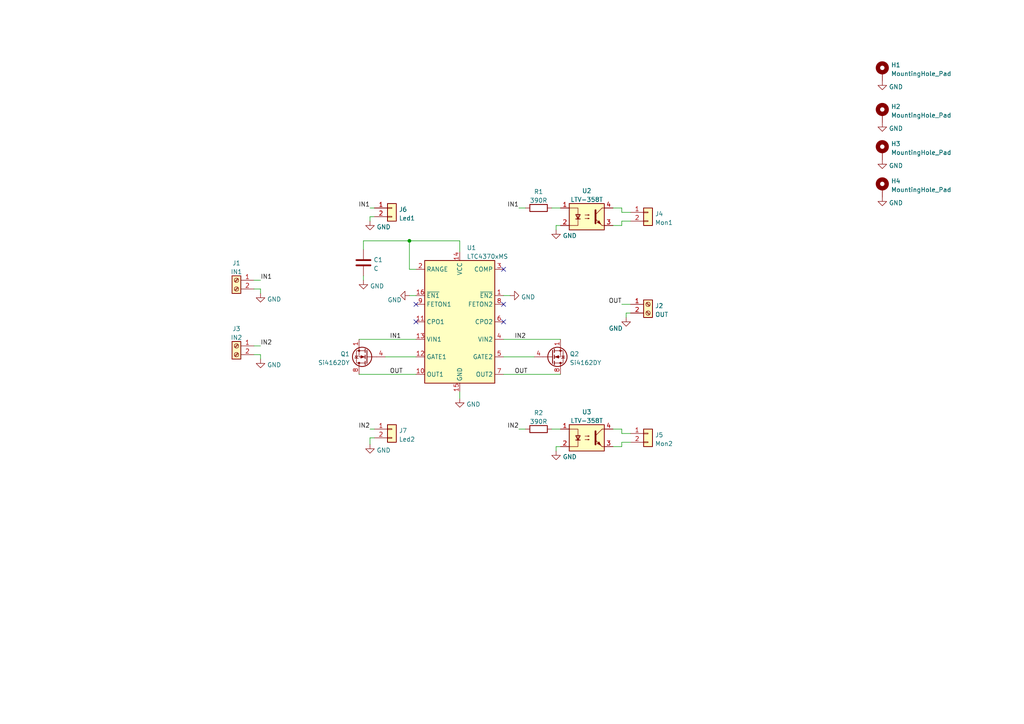
<source format=kicad_sch>
(kicad_sch (version 20211123) (generator eeschema)
  (paper "A4")
  (lib_symbols
    (symbol "Connector:Screw_Terminal_01x02" (pin_names (offset 1.016) hide)
      (property "Reference" "J" (at 0 2.54 0))
      (property "Value" "Screw_Terminal_01x02" (at 0 -5.08 0))
      (symbol "Screw_Terminal_01x02_1_1"
        (rectangle (start -1.27 1.27) (end 1.27 -3.81) (stroke (width 0.254)) (fill (type background)))
        (circle (center 0 -2.54) (radius 0.635) (stroke (width 0.1524)))
        (polyline (pts (xy -0.5334 -2.2098) (xy 0.3302 -3.048)) (stroke (width 0.1524)))
        (polyline (pts (xy -0.5334 0.3302) (xy 0.3302 -0.508)) (stroke (width 0.1524)))
        (polyline (pts (xy -0.3556 -2.032) (xy 0.508 -2.8702)) (stroke (width 0.1524)))
        (polyline (pts (xy -0.3556 0.508) (xy 0.508 -0.3302)) (stroke (width 0.1524)))
        (circle (center 0 0) (radius 0.635) (stroke (width 0.1524)))
        (pin passive line (at -5.08 0 0) (length 3.81) (name "Pin_1") (number "1"))
        (pin passive line (at -5.08 -2.54 0) (length 3.81) (name "Pin_2") (number "2"))
      )
    )
    (symbol "Connector_Generic:Conn_01x02" (pin_names (offset 1.016) hide)
      (property "Reference" "J" (at 0 2.54 0))
      (property "Value" "Conn_01x02" (at 0 -5.08 0))
      (symbol "Conn_01x02_1_1"
        (rectangle (start -1.27 -2.413) (end 0 -2.667) (stroke (width 0.1524)))
        (rectangle (start -1.27 0.127) (end 0 -0.127) (stroke (width 0.1524)))
        (rectangle (start -1.27 1.27) (end 1.27 -3.81) (stroke (width 0.254)) (fill (type background)))
        (pin passive line (at -5.08 0 0) (length 3.81) (name "Pin_1") (number "1"))
        (pin passive line (at -5.08 -2.54 0) (length 3.81) (name "Pin_2") (number "2"))
      )
    )
    (symbol "Device:C" (pin_numbers hide) (pin_names (offset 0.254))
      (property "Reference" "C" (at 0.635 2.54 0))
      (property "Value" "C" (at 0.635 -2.54 0))
      (symbol "C_0_1"
        (polyline (pts (xy -2.032 -0.762) (xy 2.032 -0.762)) (stroke (width 0.508)))
        (polyline (pts (xy -2.032 0.762) (xy 2.032 0.762)) (stroke (width 0.508)))
      )
      (symbol "C_1_1"
        (pin passive line (at 0 3.81 270) (length 2.794) (name "~") (number "1"))
        (pin passive line (at 0 -3.81 90) (length 2.794) (name "~") (number "2"))
      )
    )
    (symbol "Device:R" (pin_numbers hide) (pin_names (offset 0))
      (property "Reference" "R" (at 2.032 0 90))
      (property "Value" "R" (at 0 0 90))
      (symbol "R_0_1"
        (rectangle (start -1.016 -2.54) (end 1.016 2.54) (stroke (width 0.254)))
      )
      (symbol "R_1_1"
        (pin passive line (at 0 3.81 270) (length 1.27) (name "~") (number "1"))
        (pin passive line (at 0 -3.81 90) (length 1.27) (name "~") (number "2"))
      )
    )
    (symbol "Isolator:LTV-358T" (pin_names (offset 1.016))
      (property "Reference" "U" (at -5.334 4.826 0))
      (property "Value" "LTV-358T" (at 0 5.08 0))
      (symbol "LTV-358T_0_1"
        (rectangle (start -5.08 3.81) (end 5.08 -3.81) (stroke (width 0.254)) (fill (type background)))
        (polyline (pts (xy -3.175 -0.635) (xy -1.905 -0.635)) (stroke (width 0.254)))
        (polyline (pts (xy 2.54 0.635) (xy 4.445 2.54)))
        (polyline (pts (xy 4.445 -2.54) (xy 2.54 -0.635)) (fill (type outline)))
        (polyline (pts (xy 4.445 -2.54) (xy 5.08 -2.54)))
        (polyline (pts (xy 4.445 2.54) (xy 5.08 2.54)))
        (polyline (pts (xy -5.08 2.54) (xy -2.54 2.54) (xy -2.54 -0.762)))
        (polyline (pts (xy -2.54 -0.635) (xy -2.54 -2.54) (xy -5.08 -2.54)))
        (polyline (pts (xy 2.54 1.905) (xy 2.54 -1.905) (xy 2.54 -1.905)) (stroke (width 0.508)))
        (polyline (pts (xy -2.54 -0.635) (xy -3.175 0.635) (xy -1.905 0.635) (xy -2.54 -0.635)) (stroke (width 0.254)))
        (polyline (pts (xy -0.508 -0.508) (xy 0.762 -0.508) (xy 0.381 -0.635) (xy 0.381 -0.381) (xy 0.762 -0.508)))
        (polyline (pts (xy -0.508 0.508) (xy 0.762 0.508) (xy 0.381 0.381) (xy 0.381 0.635) (xy 0.762 0.508)))
        (polyline (pts (xy 3.048 -1.651) (xy 3.556 -1.143) (xy 4.064 -2.159) (xy 3.048 -1.651) (xy 3.048 -1.651)) (fill (type outline)))
      )
      (symbol "LTV-358T_1_1"
        (pin passive line (at -7.62 2.54 0) (length 2.54) (name "~") (number "1"))
        (pin passive line (at -7.62 -2.54 0) (length 2.54) (name "~") (number "2"))
        (pin passive line (at 7.62 -2.54 180) (length 2.54) (name "~") (number "3"))
        (pin passive line (at 7.62 2.54 180) (length 2.54) (name "~") (number "4"))
      )
    )
    (symbol "Mechanical:MountingHole_Pad" (pin_numbers hide) (pin_names (offset 1.016) hide)
      (property "Reference" "H" (at 0 6.35 0))
      (property "Value" "MountingHole_Pad" (at 0 4.445 0))
      (symbol "MountingHole_Pad_0_1"
        (circle (center 0 1.27) (radius 1.27) (stroke (width 1.27)))
      )
      (symbol "MountingHole_Pad_1_1"
        (pin input line (at 0 -2.54 90) (length 2.54) (name "1") (number "1"))
      )
    )
    (symbol "Power_Management:LTC4370xMS"
      (property "Reference" "U" (at -8.89 19.05 0))
      (property "Value" "LTC4370xMS" (at 7.62 19.05 0))
      (symbol "LTC4370xMS_1_1"
        (rectangle (start -10.16 17.78) (end 10.16 -17.78) (stroke (width 0.254)) (fill (type background)))
        (pin input line (at 12.7 7.62 180) (length 2.54) (name "~{EN2}") (number "1"))
        (pin input line (at -12.7 -15.24 0) (length 2.54) (name "OUT1") (number "10"))
        (pin passive line (at -12.7 0 0) (length 2.54) (name "CPO1") (number "11"))
        (pin output line (at -12.7 -10.16 0) (length 2.54) (name "GATE1") (number "12"))
        (pin power_in line (at -12.7 -5.08 0) (length 2.54) (name "VIN1") (number "13"))
        (pin power_in line (at 0 20.32 270) (length 2.54) (name "VCC") (number "14"))
        (pin power_in line (at 0 -20.32 90) (length 2.54) (name "GND") (number "15"))
        (pin input line (at -12.7 7.62 0) (length 2.54) (name "~{EN1}") (number "16"))
        (pin passive line (at -12.7 15.24 0) (length 2.54) (name "RANGE") (number "2"))
        (pin passive line (at 12.7 15.24 180) (length 2.54) (name "COMP") (number "3"))
        (pin power_in line (at 12.7 -5.08 180) (length 2.54) (name "VIN2") (number "4"))
        (pin output line (at 12.7 -10.16 180) (length 2.54) (name "GATE2") (number "5"))
        (pin passive line (at 12.7 0 180) (length 2.54) (name "CPO2") (number "6"))
        (pin input line (at 12.7 -15.24 180) (length 2.54) (name "OUT2") (number "7"))
        (pin open_collector line (at 12.7 5.08 180) (length 2.54) (name "FETON2") (number "8"))
        (pin open_collector line (at -12.7 5.08 0) (length 2.54) (name "FETON1") (number "9"))
      )
    )
    (symbol "Transistor_FET:Si4162DY" (pin_names hide)
      (property "Reference" "Q" (at 5.08 2.54 0))
      (property "Value" "Si4162DY" (at 5.08 0 0))
      (symbol "Si4162DY_0_1"
        (polyline (pts (xy 0.254 0) (xy -2.54 0)))
        (polyline (pts (xy 0.254 1.905) (xy 0.254 -1.905)) (stroke (width 0.254)))
        (polyline (pts (xy 0.762 -1.27) (xy 0.762 -2.286)) (stroke (width 0.254)))
        (polyline (pts (xy 0.762 0.508) (xy 0.762 -0.508)) (stroke (width 0.254)))
        (polyline (pts (xy 0.762 2.286) (xy 0.762 1.27)) (stroke (width 0.254)))
        (polyline (pts (xy 2.54 2.54) (xy 2.54 1.778)))
        (polyline (pts (xy 2.54 -2.54) (xy 2.54 0) (xy 0.762 0)))
        (polyline (pts (xy 0.762 -1.778) (xy 3.302 -1.778) (xy 3.302 1.778) (xy 0.762 1.778)))
        (polyline (pts (xy 1.016 0) (xy 2.032 0.381) (xy 2.032 -0.381) (xy 1.016 0)) (fill (type outline)))
        (polyline (pts (xy 2.794 0.508) (xy 2.921 0.381) (xy 3.683 0.381) (xy 3.81 0.254)))
        (polyline (pts (xy 3.302 0.381) (xy 2.921 -0.254) (xy 3.683 -0.254) (xy 3.302 0.381)))
        (circle (center 1.651 0) (radius 2.794) (stroke (width 0.254)))
        (circle (center 2.54 -1.778) (radius 0.254) (fill (type outline)))
        (circle (center 2.54 1.778) (radius 0.254) (fill (type outline)))
      )
      (symbol "Si4162DY_1_1"
        (pin passive line (at 2.54 -5.08 90) (length 2.54) (name "S") (number "1"))
        (pin passive line (at 2.54 -5.08 90) (length 2.54) hide (name "S") (number "2"))
        (pin passive line (at 2.54 -5.08 90) (length 2.54) hide (name "S") (number "3"))
        (pin input line (at -5.08 0 0) (length 2.54) (name "G") (number "4"))
        (pin passive line (at 2.54 5.08 270) (length 2.54) hide (name "D") (number "5"))
        (pin passive line (at 2.54 5.08 270) (length 2.54) hide (name "D") (number "6"))
        (pin passive line (at 2.54 5.08 270) (length 2.54) hide (name "D") (number "7"))
        (pin passive line (at 2.54 5.08 270) (length 2.54) (name "D") (number "8"))
      )
    )
    (symbol "power:GND" (power) (pin_names (offset 0))
      (property "Value" "GND" (at 0 -3.81 0))
      (symbol "GND_0_1"
        (polyline (pts (xy 0 0) (xy 0 -1.27) (xy 1.27 -1.27) (xy 0 -2.54) (xy -1.27 -1.27) (xy 0 -1.27)))
      )
      (symbol "GND_1_1"
        (pin power_in line (at 0 0 270) (length 0) hide (name "GND") (number "1"))
      )
    )
  )
  (junction (at 118.745 69.85))
  (no_connect (at 146.05 93.345))
  (no_connect (at 120.65 88.265))
  (no_connect (at 146.05 78.105))
  (no_connect (at 146.05 88.265))
  (no_connect (at 120.65 93.345))
  (wire (pts (xy 133.35 113.665) (xy 133.35 115.57)))
  (wire (pts (xy 180.34 129.54) (xy 180.34 128.27)))
  (wire (pts (xy 105.41 69.85) (xy 105.41 72.39)))
  (wire (pts (xy 146.05 98.425) (xy 162.56 98.425)))
  (wire (pts (xy 107.315 127) (xy 107.315 128.905)))
  (wire (pts (xy 180.34 65.405) (xy 180.34 64.135)))
  (wire (pts (xy 133.35 73.025) (xy 133.35 69.85)))
  (wire (pts (xy 107.315 60.325) (xy 108.585 60.325)))
  (wire (pts (xy 73.66 100.33) (xy 75.565 100.33)))
  (wire (pts (xy 73.66 83.82) (xy 75.565 83.82)))
  (wire (pts (xy 150.495 60.325) (xy 152.4 60.325)))
  (wire (pts (xy 182.88 125.73) (xy 180.34 125.73)))
  (wire (pts (xy 105.41 80.01) (xy 105.41 81.28)))
  (wire (pts (xy 161.29 65.405) (xy 161.29 66.675)))
  (wire (pts (xy 177.8 129.54) (xy 180.34 129.54)))
  (wire (pts (xy 160.02 124.46) (xy 162.56 124.46)))
  (wire (pts (xy 182.88 61.595) (xy 180.34 61.595)))
  (wire (pts (xy 180.34 64.135) (xy 182.88 64.135)))
  (wire (pts (xy 111.76 103.505) (xy 120.65 103.505)))
  (wire (pts (xy 162.56 129.54) (xy 161.29 129.54)))
  (wire (pts (xy 181.61 90.805) (xy 182.88 90.805)))
  (wire (pts (xy 146.05 85.725) (xy 147.955 85.725)))
  (wire (pts (xy 180.34 128.27) (xy 182.88 128.27)))
  (wire (pts (xy 181.61 92.075) (xy 181.61 90.805)))
  (wire (pts (xy 162.56 65.405) (xy 161.29 65.405)))
  (wire (pts (xy 73.66 102.87) (xy 75.565 102.87)))
  (wire (pts (xy 180.34 88.265) (xy 182.88 88.265)))
  (wire (pts (xy 180.34 125.73) (xy 180.34 124.46)))
  (wire (pts (xy 108.585 62.865) (xy 107.315 62.865)))
  (wire (pts (xy 180.34 61.595) (xy 180.34 60.325)))
  (wire (pts (xy 161.29 129.54) (xy 161.29 130.81)))
  (wire (pts (xy 177.8 65.405) (xy 180.34 65.405)))
  (wire (pts (xy 118.745 69.85) (xy 105.41 69.85)))
  (wire (pts (xy 160.02 60.325) (xy 162.56 60.325)))
  (wire (pts (xy 104.14 98.425) (xy 120.65 98.425)))
  (wire (pts (xy 75.565 102.87) (xy 75.565 104.14)))
  (wire (pts (xy 133.35 69.85) (xy 118.745 69.85)))
  (wire (pts (xy 118.745 69.85) (xy 118.745 78.105)))
  (wire (pts (xy 146.05 103.505) (xy 154.94 103.505)))
  (wire (pts (xy 107.315 62.865) (xy 107.315 64.135)))
  (wire (pts (xy 75.565 83.82) (xy 75.565 85.09)))
  (wire (pts (xy 118.745 85.725) (xy 120.65 85.725)))
  (wire (pts (xy 104.14 108.585) (xy 120.65 108.585)))
  (wire (pts (xy 177.8 124.46) (xy 180.34 124.46)))
  (wire (pts (xy 118.745 78.105) (xy 120.65 78.105)))
  (wire (pts (xy 73.66 81.28) (xy 75.565 81.28)))
  (wire (pts (xy 150.495 124.46) (xy 152.4 124.46)))
  (wire (pts (xy 108.585 127) (xy 107.315 127)))
  (wire (pts (xy 107.315 124.46) (xy 108.585 124.46)))
  (wire (pts (xy 146.05 108.585) (xy 162.56 108.585)))
  (wire (pts (xy 177.8 60.325) (xy 180.34 60.325)))
  (label "IN2" (at 75.565 100.33 0))
  (label "OUT" (at 113.03 108.585 0))
  (label "IN2" (at 150.495 124.46 180))
  (label "OUT" (at 149.225 108.585 0))
  (label "IN2" (at 107.315 124.46 180))
  (label "IN1" (at 107.315 60.325 180))
  (label "IN1" (at 75.565 81.28 0))
  (label "IN1" (at 150.495 60.325 180))
  (label "OUT" (at 180.34 88.265 180))
  (label "IN1" (at 113.03 98.425 0))
  (label "IN2" (at 149.225 98.425 0))
  (symbol (lib_id "Transistor_FET:Si4162DY") (at 160.02 103.505 0) (mirror x) (unit 1)
    (property "Reference" "Q2" (at 165.227 102.6703 0) (effects (justify left)))
    (property "Value" "Si4162DY" (at 165.227 105.2072 0) (effects (justify left)))
    (property "Footprint" "Package_SO:SOIC-8_3.9x4.9mm_P1.27mm" (effects hide))
    (property "Datasheet" "http://www.vishay.com/docs/68967/si4162dy.pdf" (effects hide))
  )
  (symbol (lib_id "Transistor_FET:Si4162DY") (at 106.68 103.505 180) (unit 1)
    (property "Reference" "Q1" (at 101.473 102.6703 0) (effects (justify left)))
    (property "Value" "Si4162DY" (at 101.473 105.2072 0) (effects (justify left)))
    (property "Footprint" "Package_SO:SOIC-8_3.9x4.9mm_P1.27mm" (effects hide))
    (property "Datasheet" "http://www.vishay.com/docs/68967/si4162dy.pdf" (effects hide))
  )
  (symbol (lib_id "Connector:Screw_Terminal_01x02") (at 187.96 88.265 0) (unit 1)
    (property "Reference" "J2" (at 189.992 88.7003 0) (effects (justify left)))
    (property "Value" "OUT" (at 189.992 91.2372 0) (effects (justify left)))
    (property "Footprint" "TerminalBlock_Phoenix:TerminalBlock_Phoenix_MKDS-1,5-2-5.08_1x02_P5.08mm_Horizontal" (effects hide))
  )
  (symbol (lib_id "Device:C") (at 105.41 76.2 0) (unit 1)
    (property "Reference" "C1" (at 108.331 75.3653 0) (effects (justify left)))
    (property "Value" "C" (at 108.331 77.9022 0) (effects (justify left)))
    (property "Footprint" "Capacitor_SMD:C_0402_1005Metric" (effects hide))
  )
  (symbol (lib_id "Mechanical:MountingHole_Pad") (at 255.905 54.61 0) (unit 1)
    (property "Reference" "H4" (at 258.445 52.5053 0) (effects (justify left)))
    (property "Value" "MountingHole_Pad" (at 258.445 55.0422 0) (effects (justify left)))
    (property "Footprint" "MountingHole:MountingHole_3.2mm_M3_Pad_Via" (effects hide))
  )
  (symbol (lib_id "Mechanical:MountingHole_Pad") (at 255.905 43.815 0) (unit 1)
    (property "Reference" "H3" (at 258.445 41.7103 0) (effects (justify left)))
    (property "Value" "MountingHole_Pad" (at 258.445 44.2472 0) (effects (justify left)))
    (property "Footprint" "MountingHole:MountingHole_3.2mm_M3_Pad_Via" (effects hide))
  )
  (symbol (lib_id "power:GND") (at 107.315 128.905 0) (unit 1)
    (property "Reference" "#PWR0115" (effects hide))
    (property "Value" "GND" (at 109.22 130.6088 0) (effects (justify left)))
  )
  (symbol (lib_id "power:GND") (at 107.315 64.135 0) (unit 1)
    (property "Reference" "#PWR0114" (effects hide))
    (property "Value" "GND" (at 109.22 65.8388 0) (effects (justify left)))
  )
  (symbol (lib_id "Connector_Generic:Conn_01x02") (at 113.665 124.46 0) (unit 1)
    (property "Reference" "J7" (at 115.697 124.8953 0) (effects (justify left)))
    (property "Value" "Led2" (at 115.697 127.4322 0) (effects (justify left)))
    (property "Footprint" "Connector_PinHeader_2.54mm:PinHeader_1x02_P2.54mm_Vertical" (effects hide))
  )
  (symbol (lib_id "power:GND") (at 255.905 57.15 0) (unit 1)
    (property "Reference" "#PWR0111" (effects hide))
    (property "Value" "GND" (at 257.81 58.8538 0) (effects (justify left)))
  )
  (symbol (lib_id "power:GND") (at 161.29 130.81 0) (unit 1)
    (property "Reference" "#PWR0112" (effects hide))
    (property "Value" "GND" (at 163.195 132.5138 0) (effects (justify left)))
  )
  (symbol (lib_id "power:GND") (at 75.565 85.09 0) (unit 1)
    (property "Reference" "#PWR0107" (effects hide))
    (property "Value" "GND" (at 77.47 86.7938 0) (effects (justify left)))
  )
  (symbol (lib_id "power:GND") (at 105.41 81.28 0) (unit 1)
    (property "Reference" "#PWR0104" (effects hide))
    (property "Value" "GND" (at 107.315 82.9838 0) (effects (justify left)))
  )
  (symbol (lib_id "power:GND") (at 161.29 66.675 0) (unit 1)
    (property "Reference" "#PWR0113" (effects hide))
    (property "Value" "GND" (at 163.195 68.3788 0) (effects (justify left)))
  )
  (symbol (lib_id "power:GND") (at 75.565 104.14 0) (unit 1)
    (property "Reference" "#PWR0106" (effects hide))
    (property "Value" "GND" (at 77.47 105.8438 0) (effects (justify left)))
  )
  (symbol (lib_id "power:GND") (at 255.905 23.495 0) (unit 1)
    (property "Reference" "#PWR0109" (effects hide))
    (property "Value" "GND" (at 257.81 25.1988 0) (effects (justify left)))
  )
  (symbol (lib_id "power:GND") (at 255.905 35.56 0) (unit 1)
    (property "Reference" "#PWR0108" (effects hide))
    (property "Value" "GND" (at 257.81 37.2638 0) (effects (justify left)))
  )
  (symbol (lib_id "Power_Management:LTC4370xMS") (at 133.35 93.345 0) (unit 1)
    (property "Reference" "U1" (at 135.3694 71.8652 0) (effects (justify left)))
    (property "Value" "LTC4370xMS" (at 135.3694 74.4021 0) (effects (justify left)))
    (property "Footprint" "Package_SO:MSOP-16_3x4mm_P0.5mm" (effects hide))
    (property "Datasheet" "https://www.analog.com/media/en/technical-documentation/data-sheets/4370f.pdf" (effects hide))
  )
  (symbol (lib_id "Device:R") (at 156.21 60.325 90) (unit 1)
    (property "Reference" "R1" (at 156.21 55.6092 90))
    (property "Value" "390R" (at 156.21 58.1461 90))
    (property "Footprint" "Resistor_SMD:R_0402_1005Metric" (effects hide))
  )
  (symbol (lib_id "power:GND") (at 181.61 92.075 0) (unit 1)
    (property "Reference" "#PWR0105" (effects hide))
    (property "Value" "GND" (at 176.53 95.25 0) (effects (justify left)))
  )
  (symbol (lib_id "Mechanical:MountingHole_Pad") (at 255.905 33.02 0) (unit 1)
    (property "Reference" "H2" (at 258.445 30.9153 0) (effects (justify left)))
    (property "Value" "MountingHole_Pad" (at 258.445 33.4522 0) (effects (justify left)))
    (property "Footprint" "MountingHole:MountingHole_3.2mm_M3_Pad_Via" (effects hide))
  )
  (symbol (lib_id "power:GND") (at 118.745 85.725 270) (unit 1)
    (property "Reference" "#PWR0103" (effects hide))
    (property "Value" "GND" (at 112.395 86.995 90) (effects (justify left)))
  )
  (symbol (lib_id "power:GND") (at 255.905 46.355 0) (unit 1)
    (property "Reference" "#PWR0110" (effects hide))
    (property "Value" "GND" (at 257.81 48.0588 0) (effects (justify left)))
  )
  (symbol (lib_id "Connector_Generic:Conn_01x02") (at 187.96 61.595 0) (unit 1)
    (property "Reference" "J4" (at 189.992 62.0303 0) (effects (justify left)))
    (property "Value" "Mon1" (at 189.992 64.5672 0) (effects (justify left)))
    (property "Footprint" "Connector_PinHeader_2.54mm:PinHeader_1x02_P2.54mm_Vertical" (effects hide))
  )
  (symbol (lib_id "Isolator:LTV-358T") (at 170.18 62.865 0) (unit 1)
    (property "Reference" "U2" (at 170.18 55.3552 0))
    (property "Value" "LTV-358T" (at 170.18 57.8921 0))
    (property "Footprint" "Package_SO:SO-4_4.4x3.6mm_P2.54mm" (effects hide))
    (property "Datasheet" "http://optoelectronics.liteon.com/upload/download/DS70-2001-022/S_110_LTV-358T%2020140520.pdf" (effects hide))
  )
  (symbol (lib_id "Connector_Generic:Conn_01x02") (at 113.665 60.325 0) (unit 1)
    (property "Reference" "J6" (at 115.697 60.7603 0) (effects (justify left)))
    (property "Value" "Led1" (at 115.697 63.2972 0) (effects (justify left)))
    (property "Footprint" "Connector_PinHeader_2.54mm:PinHeader_1x02_P2.54mm_Vertical" (effects hide))
  )
  (symbol (lib_id "power:GND") (at 133.35 115.57 0) (unit 1)
    (property "Reference" "#PWR0101" (effects hide))
    (property "Value" "GND" (at 135.255 117.2738 0) (effects (justify left)))
  )
  (symbol (lib_id "Mechanical:MountingHole_Pad") (at 255.905 20.955 0) (unit 1)
    (property "Reference" "H1" (at 258.445 18.8503 0) (effects (justify left)))
    (property "Value" "MountingHole_Pad" (at 258.445 21.3872 0) (effects (justify left)))
    (property "Footprint" "MountingHole:MountingHole_3.2mm_M3_Pad_Via" (effects hide))
  )
  (symbol (lib_id "power:GND") (at 147.955 85.725 90) (unit 1)
    (property "Reference" "#PWR0102" (effects hide))
    (property "Value" "GND" (at 151.13 86.1588 90) (effects (justify right)))
  )
  (symbol (lib_id "Connector:Screw_Terminal_01x02") (at 68.58 100.33 0) (mirror y) (unit 1)
    (property "Reference" "J3" (at 68.58 95.3602 0))
    (property "Value" "IN2" (at 68.58 97.8971 0))
    (property "Footprint" "TerminalBlock_Phoenix:TerminalBlock_Phoenix_MKDS-1,5-2-5.08_1x02_P5.08mm_Horizontal" (effects hide))
  )
  (symbol (lib_id "Device:R") (at 156.21 124.46 90) (unit 1)
    (property "Reference" "R2" (at 156.21 119.7442 90))
    (property "Value" "390R" (at 156.21 122.2811 90))
    (property "Footprint" "Resistor_SMD:R_0402_1005Metric" (effects hide))
  )
  (symbol (lib_id "Connector:Screw_Terminal_01x02") (at 68.58 81.28 0) (mirror y) (unit 1)
    (property "Reference" "J1" (at 68.58 76.3102 0))
    (property "Value" "IN1" (at 68.58 78.8471 0))
    (property "Footprint" "TerminalBlock_Phoenix:TerminalBlock_Phoenix_MKDS-1,5-2-5.08_1x02_P5.08mm_Horizontal" (effects hide))
  )
  (symbol (lib_id "Isolator:LTV-358T") (at 170.18 127 0) (unit 1)
    (property "Reference" "U3" (at 170.18 119.4902 0))
    (property "Value" "LTV-358T" (at 170.18 122.0271 0))
    (property "Footprint" "Package_SO:SO-4_4.4x3.6mm_P2.54mm" (effects hide))
    (property "Datasheet" "http://optoelectronics.liteon.com/upload/download/DS70-2001-022/S_110_LTV-358T%2020140520.pdf" (effects hide))
  )
  (symbol (lib_id "Connector_Generic:Conn_01x02") (at 187.96 125.73 0) (unit 1)
    (property "Reference" "J5" (at 189.992 126.1653 0) (effects (justify left)))
    (property "Value" "Mon2" (at 189.992 128.7022 0) (effects (justify left)))
    (property "Footprint" "Connector_PinHeader_2.54mm:PinHeader_1x02_P2.54mm_Vertical" (effects hide))
  )
)
</source>
